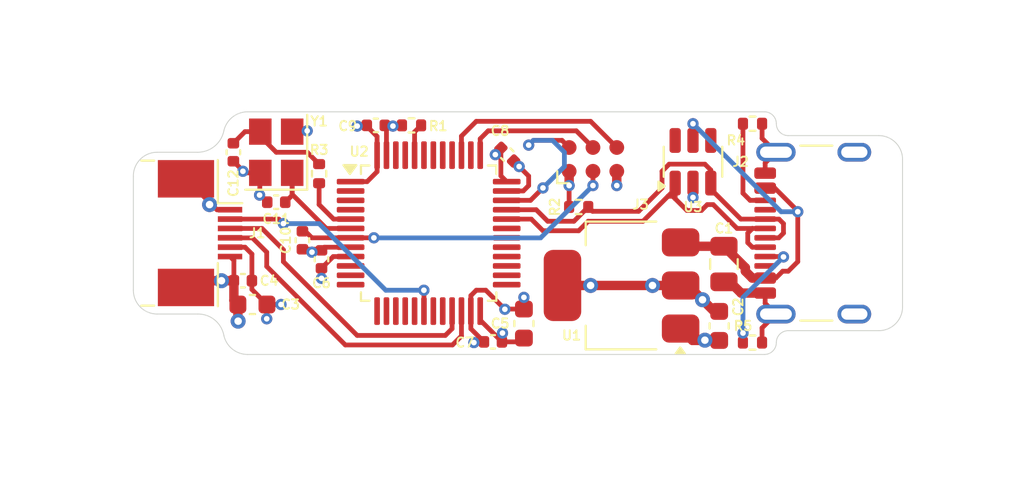
<source format=kicad_pcb>
(kicad_pcb (version 20240108) (generator "pcbnew") (generator_version "8.0")
  (layers (0 "F.Cu" signal) (1 "In1.Cu" signal) (2 "In2.Cu" signal) (31 "B.Cu" signal) (34 "B.Paste" user) (35 "F.Paste" user) (36 "B.SilkS" user "B.Silkscreen") (37 "F.SilkS" user "F.Silkscreen") (38 "B.Mask" user) (39 "F.Mask" user) (44 "Edge.Cuts" user))
  (net 0 "")
  (net 1 "GND")
  (net 2 "/SDA")
  (net 3 "/SCL")
  (net 4 "/INT")
  (net 5 "+3V3")
  (net 6 "/RST")
  (net 7 "/XTALI")
  (net 8 "/XTALR")
  (net 9 "+5V")
  (net 10 "/SWO")
  (net 11 "/SWCLK")
  (net 12 "/SWDIO")
  (net 13 "/USB+")
  (net 14 "/USB-")
  (net 15 "/BOOT0")
  (net 16 "/XTALO")
  (net 18 "Net-(J2-CC1)")
  (net 19 "Net-(J2-CC2)")
  (footprint "Connector_FFC-FPC:Jushuo_AFC07-S06FCA-00_1x6-1MP_P0.50_Horizontal" (layer "F.Cu") (at 86.995 101.6 -90)
    (property "Reference" "J1" (at 0 -3.048 0) (layer "F.SilkS") (effects (font (size 0.5 0.5) (thickness 0.1))))
    (property "Value" "Conn_01x06_MountingPin")
    (fp_line (start -3.87 2.45) (end -3.87 3.13) (stroke (width 0.12)) (layer "F.SilkS"))
    (fp_line (start 3.87 2.45) (end 3.87 3.13) (stroke (width 0.12)) (layer "F.SilkS"))
    (fp_line (start -1.6 -0.95) (end -3.9 -0.95) (stroke (width 0.12)) (layer "F.SilkS"))
    (fp_line (start -1.6 -0.95) (end -1.6 -2.25) (stroke (width 0.12)) (layer "F.SilkS"))
    (fp_line (start 1.6 -0.95) (end 3.9 -0.95) (stroke (width 0.12)) (layer "F.SilkS"))
    (pad "1" smd rect (at -1.25 -1.6 270) (size 0.3 1.3) (layers "F.Cu" "F.Paste" "F.Mask") (net 1 "GND"))
    (pad "2" smd rect (at -0.75 -1.6 270) (size 0.3 1.3) (layers "F.Cu" "F.Paste" "F.Mask") (net 4 "/INT"))
    (pad "3" smd rect (at -0.25 -1.6 270) (size 0.3 1.3) (layers "F.Cu" "F.Paste" "F.Mask") (net 3 "/SCL"))
    (pad "4" smd rect (at 0.25 -1.6 270) (size 0.3 1.3) (layers "F.Cu" "F.Paste" "F.Mask") (net 2 "/SDA"))
    (pad "5" smd rect (at 0.75 -1.6 270) (size 0.3 1.3) (layers "F.Cu" "F.Paste" "F.Mask") (net 5 "+3V3"))
    (pad "6" smd rect (at 1.25 -1.6 270) (size 0.3 1.3) (layers "F.Cu" "F.Paste" "F.Mask") (net 1 "GND"))
    (pad "MP" smd rect (at -2.9 0.75 270) (size 2 3) (layers "F.Cu" "F.Paste" "F.Mask") (net 1 "GND"))
    (pad "MP" smd rect (at 2.9 0.75 270) (size 2 3) (layers "F.Cu" "F.Paste" "F.Mask") (net 1 "GND"))
  )
  (footprint "Package_QFP:LQFP-48_7x7mm_P0.5mm" (layer "F.Cu") (at 99.187 101.6)
    (property "Reference" "U2" (at -3.707 -4.356 0) (layer "F.SilkS") (effects (font (size 0.5 0.5) (thickness 0.1))))
    (property "Value" "STM32F103C8Tx")
    (fp_line (start -3.61 -3.61) (end -3.61 -3.16) (stroke (width 0.12)) (layer "F.SilkS"))
    (fp_line (start -3.61 3.61) (end -3.61 3.16) (stroke (width 0.12)) (layer "F.SilkS"))
    (fp_line (start -3.16 -3.61) (end -3.61 -3.61) (stroke (width 0.12)) (layer "F.SilkS"))
    (fp_line (start -3.16 3.61) (end -3.61 3.61) (stroke (width 0.12)) (layer "F.SilkS"))
    (fp_line (start 3.16 -3.61) (end 3.61 -3.61) (stroke (width 0.12)) (layer "F.SilkS"))
    (fp_line (start 3.16 3.61) (end 3.61 3.61) (stroke (width 0.12)) (layer "F.SilkS"))
    (fp_line (start 3.61 -3.61) (end 3.61 -3.16) (stroke (width 0.12)) (layer "F.SilkS"))
    (fp_line (start 3.61 3.61) (end 3.61 3.16) (stroke (width 0.12)) (layer "F.SilkS"))
    (fp_poly (pts (xy -4.2 -3.16) (xy -4.54 -3.63) (xy -3.86 -3.63) (xy -4.2 -3.16)) (stroke (width 0.12)) (fill solid) (layer "F.SilkS"))
    (pad "1" smd roundrect (at -4.1625 -2.75) (size 1.475 0.3) (layers "F.Cu" "F.Paste" "F.Mask") (net 5 "+3V3"))
    (pad "2" smd roundrect (at -4.1625 -2.25) (size 1.475 0.3) (layers "F.Cu" "F.Paste" "F.Mask"))
    (pad "3" smd roundrect (at -4.1625 -1.75) (size 1.475 0.3) (layers "F.Cu" "F.Paste" "F.Mask"))
    (pad "4" smd roundrect (at -4.1625 -1.25) (size 1.475 0.3) (layers "F.Cu" "F.Paste" "F.Mask"))
    (pad "5" smd roundrect (at -4.1625 -0.75) (size 1.475 0.3) (layers "F.Cu" "F.Paste" "F.Mask") (net 7 "/XTALI"))
    (pad "6" smd roundrect (at -4.1625 -0.25) (size 1.475 0.3) (layers "F.Cu" "F.Paste" "F.Mask") (net 16 "/XTALO"))
    (pad "7" smd roundrect (at -4.1625 0.25) (size 1.475 0.3) (layers "F.Cu" "F.Paste" "F.Mask") (net 6 "/RST"))
    (pad "8" smd roundrect (at -4.1625 0.75) (size 1.475 0.3) (layers "F.Cu" "F.Paste" "F.Mask") (net 1 "GND"))
    (pad "9" smd roundrect (at -4.1625 1.25) (size 1.475 0.3) (layers "F.Cu" "F.Paste" "F.Mask") (net 5 "+3V3"))
    (pad "10" smd roundrect (at -4.1625 1.75) (size 1.475 0.3) (layers "F.Cu" "F.Paste" "F.Mask"))
    (pad "11" smd roundrect (at -4.1625 2.25) (size 1.475 0.3) (layers "F.Cu" "F.Paste" "F.Mask"))
    (pad "12" smd roundrect (at -4.1625 2.75) (size 1.475 0.3) (layers "F.Cu" "F.Paste" "F.Mask"))
    (pad "13" smd roundrect (at -2.75 4.1625) (size 0.3 1.475) (layers "F.Cu" "F.Paste" "F.Mask"))
    (pad "14" smd roundrect (at -2.25 4.1625) (size 0.3 1.475) (layers "F.Cu" "F.Paste" "F.Mask"))
    (pad "15" smd roundrect (at -1.75 4.1625) (size 0.3 1.475) (layers "F.Cu" "F.Paste" "F.Mask"))
    (pad "16" smd roundrect (at -1.25 4.1625) (size 0.3 1.475) (layers "F.Cu" "F.Paste" "F.Mask"))
    (pad "17" smd roundrect (at -0.75 4.1625) (size 0.3 1.475) (layers "F.Cu" "F.Paste" "F.Mask"))
    (pad "18" smd roundrect (at -0.25 4.1625) (size 0.3 1.475) (layers "F.Cu" "F.Paste" "F.Mask") (net 4 "/INT"))
    (pad "19" smd roundrect (at 0.25 4.1625) (size 0.3 1.475) (layers "F.Cu" "F.Paste" "F.Mask"))
    (pad "20" smd roundrect (at 0.75 4.1625) (size 0.3 1.475) (layers "F.Cu" "F.Paste" "F.Mask"))
    (pad "21" smd roundrect (at 1.25 4.1625) (size 0.3 1.475) (layers "F.Cu" "F.Paste" "F.Mask") (net 3 "/SCL"))
    (pad "22" smd roundrect (at 1.75 4.1625) (size 0.3 1.475) (layers "F.Cu" "F.Paste" "F.Mask") (net 2 "/SDA"))
    (pad "23" smd roundrect (at 2.25 4.1625) (size 0.3 1.475) (layers "F.Cu" "F.Paste" "F.Mask") (net 1 "GND"))
    (pad "24" smd roundrect (at 2.75 4.1625) (size 0.3 1.475) (layers "F.Cu" "F.Paste" "F.Mask") (net 5 "+3V3"))
    (pad "25" smd roundrect (at 4.1625 2.75) (size 1.475 0.3) (layers "F.Cu" "F.Paste" "F.Mask"))
    (pad "26" smd roundrect (at 4.1625 2.25) (size 1.475 0.3) (layers "F.Cu" "F.Paste" "F.Mask"))
    (pad "27" smd roundrect (at 4.1625 1.75) (size 1.475 0.3) (layers "F.Cu" "F.Paste" "F.Mask"))
    (pad "28" smd roundrect (at 4.1625 1.25) (size 1.475 0.3) (layers "F.Cu" "F.Paste" "F.Mask"))
    (pad "29" smd roundrect (at 4.1625 0.75) (size 1.475 0.3) (layers "F.Cu" "F.Paste" "F.Mask"))
    (pad "30" smd roundrect (at 4.1625 0.25) (size 1.475 0.3) (layers "F.Cu" "F.Paste" "F.Mask"))
    (pad "31" smd roundrect (at 4.1625 -0.25) (size 1.475 0.3) (layers "F.Cu" "F.Paste" "F.Mask"))
    (pad "32" smd roundrect (at 4.1625 -0.75) (size 1.475 0.3) (layers "F.Cu" "F.Paste" "F.Mask") (net 14 "/USB-"))
    (pad "33" smd roundrect (at 4.1625 -1.25) (size 1.475 0.3) (layers "F.Cu" "F.Paste" "F.Mask") (net 13 "/USB+"))
    (pad "34" smd roundrect (at 4.1625 -1.75) (size 1.475 0.3) (layers "F.Cu" "F.Paste" "F.Mask") (net 12 "/SWDIO"))
    (pad "35" smd roundrect (at 4.1625 -2.25) (size 1.475 0.3) (layers "F.Cu" "F.Paste" "F.Mask") (net 1 "GND"))
    (pad "36" smd roundrect (at 4.1625 -2.75) (size 1.475 0.3) (layers "F.Cu" "F.Paste" "F.Mask") (net 5 "+3V3"))
    (pad "37" smd roundrect (at 2.75 -4.1625) (size 0.3 1.475) (layers "F.Cu" "F.Paste" "F.Mask") (net 11 "/SWCLK"))
    (pad "38" smd roundrect (at 2.25 -4.1625) (size 0.3 1.475) (layers "F.Cu" "F.Paste" "F.Mask"))
    (pad "39" smd roundrect (at 1.75 -4.1625) (size 0.3 1.475) (layers "F.Cu" "F.Paste" "F.Mask") (net 10 "/SWO"))
    (pad "40" smd roundrect (at 1.25 -4.1625) (size 0.3 1.475) (layers "F.Cu" "F.Paste" "F.Mask"))
    (pad "41" smd roundrect (at 0.75 -4.1625) (size 0.3 1.475) (layers "F.Cu" "F.Paste" "F.Mask"))
    (pad "42" smd roundrect (at 0.25 -4.1625) (size 0.3 1.475) (layers "F.Cu" "F.Paste" "F.Mask"))
    (pad "43" smd roundrect (at -0.25 -4.1625) (size 0.3 1.475) (layers "F.Cu" "F.Paste" "F.Mask"))
    (pad "44" smd roundrect (at -0.75 -4.1625) (size 0.3 1.475) (layers "F.Cu" "F.Paste" "F.Mask") (net 15 "/BOOT0"))
    (pad "45" smd roundrect (at -1.25 -4.1625) (size 0.3 1.475) (layers "F.Cu" "F.Paste" "F.Mask"))
    (pad "46" smd roundrect (at -1.75 -4.1625) (size 0.3 1.475) (layers "F.Cu" "F.Paste" "F.Mask"))
    (pad "47" smd roundrect (at -2.25 -4.1625) (size 0.3 1.475) (layers "F.Cu" "F.Paste" "F.Mask") (net 1 "GND"))
    (pad "48" smd roundrect (at -2.75 -4.1625) (size 0.3 1.475) (layers "F.Cu" "F.Paste" "F.Mask") (net 5 "+3V3"))
  )
  (footprint "Connector:Tag-Connect_TC2030-IDC-NL_2x03_P1.27mm_Vertical" (layer "F.Cu") (at 107.95 97.663)
    (property "Reference" "J3" (at 2.54 2.413 180) (layer "F.SilkS") (effects (font (size 0.5 0.5) (thickness 0.1))))
    (property "Value" "Conn_ARM_SWD_TagConnect_TC2030-NL")
    (fp_line (start -1.905 1.27) (end -1.905 0.635) (stroke (width 0.12)) (layer "F.SilkS"))
    (fp_line (start -1.27 1.27) (end -1.905 1.27) (stroke (width 0.12)) (layer "F.SilkS"))
    (pad "" np_thru_hole circle (at -2.54 0) (size 0.9906 0.9906) (drill 0.9906) (layers "*.Cu" "*.Mask"))
    (pad "" np_thru_hole circle (at 2.54 -1.016) (size 0.9906 0.9906) (drill 0.9906) (layers "*.Cu" "*.Mask"))
    (pad "" np_thru_hole circle (at 2.54 1.016) (size 0.9906 0.9906) (drill 0.9906) (layers "*.Cu" "*.Mask"))
    (pad "1" connect circle (at -1.27 0.635) (size 0.7874 0.7874) (layers "F.Cu" "F.Mask") (net 5 "+3V3"))
    (pad "2" connect circle (at -1.27 -0.635) (size 0.7874 0.7874) (layers "F.Cu" "F.Mask") (net 12 "/SWDIO"))
    (pad "3" connect circle (at 0 0.635) (size 0.7874 0.7874) (layers "F.Cu" "F.Mask") (net 6 "/RST"))
    (pad "4" connect circle (at 0 -0.635) (size 0.7874 0.7874) (layers "F.Cu" "F.Mask") (net 11 "/SWCLK"))
    (pad "5" connect circle (at 1.27 0.635) (size 0.7874 0.7874) (layers "F.Cu" "F.Mask") (net 1 "GND"))
    (pad "6" connect circle (at 1.27 -0.635) (size 0.7874 0.7874) (layers "F.Cu" "F.Mask") (net 10 "/SWO"))
  )
  (footprint "Capacitor_SMD:C_0603_1608Metric" (layer "F.Cu") (at 89.789 105.41 180)
    (property "Reference" "C3" (at -2.032 0 180) (layer "F.SilkS") (effects (font (size 0.5 0.5) (thickness 0.1))))
    (property "Value" "10u")
    (fp_line (start -0.140581 0.51) (end 0.140581 0.51) (stroke (width 0.12)) (layer "F.SilkS"))
    (fp_line (start -0.140581 -0.51) (end 0.140581 -0.51) (stroke (width 0.12)) (layer "F.SilkS"))
    (pad "1" smd roundrect (at -0.775 0 180) (size 0.9 0.95) (layers "F.Cu" "F.Paste" "F.Mask") (net 5 "+3V3"))
    (pad "2" smd roundrect (at 0.775 0 180) (size 0.9 0.95) (layers "F.Cu" "F.Paste" "F.Mask") (net 1 "GND"))
  )
  (footprint "Capacitor_SMD:C_0402_1005Metric" (layer "F.Cu") (at 92.456 101.981 -90)
    (property "Reference" "C10" (at 0 0.889 90) (layer "F.SilkS") (effects (font (size 0.5 0.5) (thickness 0.1))))
    (property "Value" "100n")
    (fp_line (start -0.107836 0.36) (end 0.107836 0.36) (stroke (width 0.12)) (layer "F.SilkS"))
    (fp_line (start -0.107836 -0.36) (end 0.107836 -0.36) (stroke (width 0.12)) (layer "F.SilkS"))
    (pad "1" smd roundrect (at -0.48 0 270) (size 0.56 0.62) (layers "F.Cu" "F.Paste" "F.Mask") (net 6 "/RST"))
    (pad "2" smd roundrect (at 0.48 0 270) (size 0.56 0.62) (layers "F.Cu" "F.Paste" "F.Mask") (net 1 "GND"))
  )
  (footprint "Capacitor_SMD:C_0402_1005Metric" (layer "F.Cu") (at 88.773 97.282 90)
    (property "Reference" "C12" (at -1.651 0 -90) (layer "F.SilkS") (effects (font (size 0.5 0.5) (thickness 0.1))))
    (property "Value" "10p")
    (fp_line (start -0.107836 -0.36) (end 0.107836 -0.36) (stroke (width 0.12)) (layer "F.SilkS"))
    (fp_line (start -0.107836 0.36) (end 0.107836 0.36) (stroke (width 0.12)) (layer "F.SilkS"))
    (pad "1" smd roundrect (at -0.48 0 90) (size 0.56 0.62) (layers "F.Cu" "F.Paste" "F.Mask") (net 1 "GND"))
    (pad "2" smd roundrect (at 0.48 0 90) (size 0.56 0.62) (layers "F.Cu" "F.Paste" "F.Mask") (net 8 "/XTALR"))
  )
  (footprint "Capacitor_SMD:C_0402_1005Metric" (layer "F.Cu") (at 91.059 99.949)
    (property "Reference" "C11" (at 0 0.889 0) (layer "F.SilkS") (effects (font (size 0.5 0.5) (thickness 0.1))))
    (property "Value" "10p")
    (fp_line (start -0.107836 -0.36) (end 0.107836 -0.36) (stroke (width 0.12)) (layer "F.SilkS"))
    (fp_line (start -0.107836 0.36) (end 0.107836 0.36) (stroke (width 0.12)) (layer "F.SilkS"))
    (pad "1" smd roundrect (at -0.48 0) (size 0.56 0.62) (layers "F.Cu" "F.Paste" "F.Mask") (net 1 "GND"))
    (pad "2" smd roundrect (at 0.48 0) (size 0.56 0.62) (layers "F.Cu" "F.Paste" "F.Mask") (net 16 "/XTALO"))
  )
  (footprint "Package_TO_SOT_SMD:SOT-223-3_TabPin2" (layer "F.Cu") (at 109.474 104.394 180)
    (property "Reference" "U1" (at 2.667 -2.667 180) (layer "F.SilkS") (effects (font (size 0.5 0.5) (thickness 0.1))))
    (property "Value" "AMS1117-3.3")
    (fp_line (start 1.91 3.41) (end 1.91 2.150001) (stroke (width 0.12)) (layer "F.SilkS"))
    (fp_line (start 1.91 -3.41) (end 1.91 -2.150001) (stroke (width 0.12)) (layer "F.SilkS"))
    (fp_line (start -1.85 3.410001) (end 1.91 3.41) (stroke (width 0.12)) (layer "F.SilkS"))
    (fp_line (start -1.85 -3.410001) (end 1.91 -3.41) (stroke (width 0.12)) (layer "F.SilkS"))
    (fp_poly (pts (xy -3.13 -3.31) (xy -3.37 -3.64) (xy -2.89 -3.64) (xy -3.13 -3.31)) (stroke (width 0.12)) (fill solid) (layer "F.SilkS"))
    (pad "1" smd roundrect (at -3.15 -2.3 180) (size 2 1.5) (layers "F.Cu" "F.Paste" "F.Mask") (net 1 "GND"))
    (pad "2" smd roundrect (at -3.149999 0 180) (size 2 1.5) (layers "F.Cu" "F.Paste" "F.Mask") (net 5 "+3V3"))
    (pad "2" smd roundrect (at 3.149999 0 180) (size 2 3.8) (layers "F.Cu" "F.Paste" "F.Mask") (net 5 "+3V3"))
    (pad "3" smd roundrect (at -3.15 2.3 180) (size 2 1.5) (layers "F.Cu" "F.Paste" "F.Mask") (net 9 "+5V"))
  )
  (footprint "Package_TO_SOT_SMD:SOT-23-6" (layer "F.Cu") (at 113.284 97.79 90)
    (property "Reference" "U3" (at -2.413 0 180) (layer "F.SilkS") (effects (font (size 0.5 0.5) (thickness 0.1))))
    (property "Value" "SRV05-4")
    (fp_line (start 0 -1.560001) (end 0.8 -1.56) (stroke (width 0.12)) (layer "F.SilkS"))
    (fp_line (start 0 -1.560001) (end -0.8 -1.56) (stroke (width 0.12)) (layer "F.SilkS"))
    (fp_line (start 0 1.560001) (end 0.8 1.56) (stroke (width 0.12)) (layer "F.SilkS"))
    (fp_line (start 0 1.560001) (end -0.8 1.56) (stroke (width 0.12)) (layer "F.SilkS"))
    (fp_poly (pts (xy -1.3 -1.51) (xy -1.54 -1.84) (xy -1.06 -1.84) (xy -1.3 -1.51)) (stroke (width 0.12)) (fill solid) (layer "F.SilkS"))
    (pad "1" smd roundrect (at -1.1375 -0.949999 90) (size 1.325 0.6) (layers "F.Cu" "F.Paste" "F.Mask") (net 14 "/USB-"))
    (pad "2" smd roundrect (at -1.1375 0 90) (size 1.325 0.6) (layers "F.Cu" "F.Paste" "F.Mask") (net 1 "GND"))
    (pad "3" smd roundrect (at -1.1375 0.949999 90) (size 1.325 0.6) (layers "F.Cu" "F.Paste" "F.Mask") (net 13 "/USB+"))
    (pad "4" smd roundrect (at 1.1375 0.949999 90) (size 1.325 0.6) (layers "F.Cu" "F.Paste" "F.Mask"))
    (pad "5" smd roundrect (at 1.1375 0 90) (size 1.325 0.6) (layers "F.Cu" "F.Paste" "F.Mask") (net 9 "+5V"))
    (pad "6" smd roundrect (at 1.1375 -0.949999 90) (size 1.325 0.6) (layers "F.Cu" "F.Paste" "F.Mask"))
  )
  (footprint "Resistor_SMD:R_0402_1005Metric" (layer "F.Cu") (at 116.459 95.758)
    (property "Reference" "R4" (at -0.889 0.889 0) (layer "F.SilkS") (effects (font (size 0.5 0.5) (thickness 0.1))))
    (property "Value" "5k1")
    (fp_line (start -0.153641 -0.38) (end 0.153641 -0.38) (stroke (width 0.12)) (layer "F.SilkS"))
    (fp_line (start -0.153641 0.38) (end 0.153641 0.38) (stroke (width 0.12)) (layer "F.SilkS"))
    (pad "1" smd roundrect (at -0.509999 0) (size 0.54 0.64) (layers "F.Cu" "F.Paste" "F.Mask") (net 19 "Net-(J2-CC2)"))
    (pad "2" smd roundrect (at 0.509999 0) (size 0.54 0.64) (layers "F.Cu" "F.Paste" "F.Mask") (net 1 "GND"))
  )
  (footprint "Capacitor_SMD:C_0805_2012Metric" (layer "F.Cu") (at 114.935 103.251 -90)
    (property "Reference" "C1" (at -1.905 0 0) (layer "F.SilkS") (effects (font (size 0.5 0.5) (thickness 0.1))))
    (property "Value" "22u")
    (fp_line (start -0.261253 0.735) (end 0.261253 0.735) (stroke (width 0.12)) (layer "F.SilkS"))
    (fp_line (start -0.261253 -0.735) (end 0.261253 -0.735) (stroke (width 0.12)) (layer "F.SilkS"))
    (pad "1" smd roundrect (at -0.949999 0 270) (size 1 1.45) (layers "F.Cu" "F.Paste" "F.Mask") (net 9 "+5V"))
    (pad "2" smd roundrect (at 0.949999 0 270) (size 1 1.45) (layers "F.Cu" "F.Paste" "F.Mask") (net 1 "GND"))
  )
  (footprint "Resistor_SMD:R_0402_1005Metric" (layer "F.Cu") (at 98.274 95.847001 180)
    (property "Reference" "R1" (at -1.421 -0.037999 0) (layer "F.SilkS") (effects (font (size 0.5 0.5) (thickness 0.1))))
    (property "Value" "10k")
    (fp_line (start -0.153641 0.38) (end 0.153641 0.38) (stroke (width 0.12)) (layer "F.SilkS"))
    (fp_line (start -0.153641 -0.38) (end 0.153641 -0.38) (stroke (width 0.12)) (layer "F.SilkS"))
    (pad "1" smd roundrect (at -0.509999 0 180) (size 0.54 0.64) (layers "F.Cu" "F.Paste" "F.Mask") (net 15 "/BOOT0"))
    (pad "2" smd roundrect (at 0.509999 0 180) (size 0.54 0.64) (layers "F.Cu" "F.Paste" "F.Mask") (net 1 "GND"))
  )
  (footprint "Capacitor_SMD:C_0402_1005Metric" (layer "F.Cu") (at 89.281 104.14 180)
    (property "Reference" "C4" (at -1.397 0 180) (layer "F.SilkS") (effects (font (size 0.5 0.5) (thickness 0.1))))
    (property "Value" "100n")
    (fp_line (start -0.107836 0.36) (end 0.107836 0.36) (stroke (width 0.12)) (layer "F.SilkS"))
    (fp_line (start -0.107836 -0.36) (end 0.107836 -0.36) (stroke (width 0.12)) (layer "F.SilkS"))
    (pad "1" smd roundrect (at -0.48 0 180) (size 0.56 0.62) (layers "F.Cu" "F.Paste" "F.Mask") (net 5 "+3V3"))
    (pad "2" smd roundrect (at 0.48 0 180) (size 0.56 0.62) (layers "F.Cu" "F.Paste" "F.Mask") (net 1 "GND"))
  )
  (footprint "Capacitor_SMD:C_0603_1608Metric" (layer "F.Cu") (at 114.681 106.553 -90)
    (property "Reference" "C2" (at -1.016 -1.016 -90) (layer "F.SilkS") (effects (font (size 0.5 0.5) (thickness 0.1))))
    (property "Value" "22u")
    (fp_line (start -0.140581 0.51) (end 0.140581 0.51) (stroke (width 0.12)) (layer "F.SilkS"))
    (fp_line (start -0.140581 -0.51) (end 0.140581 -0.51) (stroke (width 0.12)) (layer "F.SilkS"))
    (pad "1" smd roundrect (at -0.775 0 270) (size 0.9 0.95) (layers "F.Cu" "F.Paste" "F.Mask") (net 5 "+3V3"))
    (pad "2" smd roundrect (at 0.775 0 270) (size 0.9 0.95) (layers "F.Cu" "F.Paste" "F.Mask") (net 1 "GND"))
  )
  (footprint "Connector_USB:USB_C_Receptacle_GCT_USB4105-xx-A_16P_TopMnt_Horizontal" (layer "F.Cu") (at 120.813 101.6 90)
    (property "Reference" "J2" (at 3.81 -4.989 0) (layer "F.SilkS") (effects (font (size 0.5 0.5) (thickness 0.1))))
    (property "Value" "USB_C_Receptacle_USB2.0_16P")
    (fp_line (start 4.67 -0.1) (end 4.67 -1.8) (stroke (width 0.12)) (layer "F.SilkS"))
    (fp_line (start -4.67 -0.1) (end -4.67 -1.8) (stroke (width 0.12)) (layer "F.SilkS"))
    (pad "" np_thru_hole circle (at -2.89 -2.605 90) (size 0.65 0.65) (drill 0.65) (layers "F&B.Cu" "*.Mask"))
    (pad "" np_thru_hole circle (at 2.89 -2.605 90) (size 0.65 0.65) (drill 0.65) (layers "F&B.Cu" "*.Mask"))
    (pad "A1" smd roundrect (at -3.2 -3.68 90) (size 0.6 1.15) (layers "F.Cu" "F.Paste" "F.Mask") (net 1 "GND"))
    (pad "A4" smd roundrect (at -2.4 -3.68 90) (size 0.6 1.15) (layers "F.Cu" "F.Paste" "F.Mask") (net 9 "+5V"))
    (pad "A5" smd roundrect (at -1.25 -3.679999 90) (size 0.3 1.15) (layers "F.Cu" "F.Paste" "F.Mask") (net 18 "Net-(J2-CC1)"))
    (pad "A6" smd roundrect (at -0.25 -3.68 90) (size 0.3 1.15) (layers "F.Cu" "F.Paste" "F.Mask") (net 13 "/USB+"))
    (pad "A7" smd roundrect (at 0.25 -3.68 90) (size 0.3 1.15) (layers "F.Cu" "F.Paste" "F.Mask") (net 14 "/USB-"))
    (pad "A8" smd roundrect (at 1.25 -3.679999 90) (size 0.3 1.15) (layers "F.Cu" "F.Paste" "F.Mask"))
    (pad "A9" smd roundrect (at 2.4 -3.68 90) (size 0.6 1.15) (layers "F.Cu" "F.Paste" "F.Mask") (net 9 "+5V"))
    (pad "A12" smd roundrect (at 3.2 -3.68 90) (size 0.6 1.15) (layers "F.Cu" "F.Paste" "F.Mask") (net 1 "GND"))
    (pad "B1" smd roundrect (at 3.2 -3.68 90) (size 0.6 1.15) (layers "F.Cu" "F.Paste" "F.Mask") (net 1 "GND"))
    (pad "B4" smd roundrect (at 2.4 -3.68 90) (size 0.6 1.15) (layers "F.Cu" "F.Paste" "F.Mask") (net 9 "+5V"))
    (pad "B5" smd roundrect (at 1.75 -3.68 90) (size 0.3 1.15) (layers "F.Cu" "F.Paste" "F.Mask") (net 19 "Net-(J2-CC2)"))
    (pad "B6" smd roundrect (at 0.75 -3.68 90) (size 0.3 1.15) (layers "F.Cu" "F.Paste" "F.Mask") (net 13 "/USB+"))
    (pad "B7" smd roundrect (at -0.75 -3.68 90) (size 0.3 1.15) (layers "F.Cu" "F.Paste" "F.Mask") (net 14 "/USB-"))
    (pad "B8" smd roundrect (at -1.75 -3.68 90) (size 0.3 1.15) (layers "F.Cu" "F.Paste" "F.Mask"))
    (pad "B9" smd roundrect (at -2.4 -3.68 90) (size 0.6 1.15) (layers "F.Cu" "F.Paste" "F.Mask") (net 9 "+5V"))
    (pad "B12" smd roundrect (at -3.2 -3.68 90) (size 0.6 1.15) (layers "F.Cu" "F.Paste" "F.Mask") (net 1 "GND"))
    (pad "S1" thru_hole oval (at -4.32 -3.105 90) (size 1 2.1) (drill oval 0.6 1.7) (layers "*.Cu" "*.Mask" "F.Paste") (net 1 "GND"))
    (pad "S1" thru_hole oval (at -4.32 1.075 90) (size 1 1.8) (drill oval 0.6 1.4) (layers "*.Cu" "*.Mask" "F.Paste") (net 1 "GND"))
    (pad "S1" thru_hole oval (at 4.32 -3.105 90) (size 1 2.1) (drill oval 0.6 1.7) (layers "*.Cu" "*.Mask" "F.Paste") (net 1 "GND"))
    (pad "S1" thru_hole oval (at 4.32 1.075 90) (size 1 1.8) (drill oval 0.6 1.4) (layers "*.Cu" "*.Mask" "F.Paste") (net 1 "GND"))
  )
  (footprint "Crystal:Crystal_SMD_3225-4Pin_3.2x2.5mm" (layer "F.Cu") (at 91.059 97.282 90)
    (property "Reference" "Y1" (at 1.651 2.286 0) (layer "F.SilkS") (effects (font (size 0.5 0.5) (thickness 0.1))))
    (property "Value" "16MHz")
    (fp_line (start -2 -1.65) (end -2 1.65) (stroke (width 0.12)) (layer "F.SilkS"))
    (fp_line (start -2 1.65) (end 2 1.65) (stroke (width 0.12)) (layer "F.SilkS"))
    (pad "1" smd rect (at -1.1 0.85 90) (size 1.4 1.2) (layers "F.Cu" "F.Paste" "F.Mask") (net 16 "/XTALO"))
    (pad "2" smd rect (at 1.1 0.85 90) (size 1.4 1.2) (layers "F.Cu" "F.Paste" "F.Mask") (net 1 "GND"))
    (pad "3" smd rect (at 1.1 -0.85 90) (size 1.4 1.2) (layers "F.Cu" "F.Paste" "F.Mask") (net 8 "/XTALR"))
    (pad "4" smd rect (at -1.1 -0.85 90) (size 1.4 1.2) (layers "F.Cu" "F.Paste" "F.Mask") (net 1 "GND"))
  )
  (footprint "Capacitor_SMD:C_0402_1005Metric" (layer "F.Cu") (at 103.378 97.409 -45)
    (property "Reference" "C8" (at -1.167433 -0.628618 180) (layer "F.SilkS") (effects (font (size 0.5 0.5) (thickness 0.1))))
    (property "Value" "100n")
    (fp_line (start -0.107836 0.36) (end 0.107836 0.36) (stroke (width 0.12)) (layer "F.SilkS"))
    (fp_line (start -0.107836 -0.36) (end 0.107836 -0.36) (stroke (width 0.12)) (layer "F.SilkS"))
    (pad "1" smd roundrect (at -0.48 0 315) (size 0.56 0.62) (layers "F.Cu" "F.Paste" "F.Mask") (net 5 "+3V3"))
    (pad "2" smd roundrect (at 0.48 0 315) (size 0.56 0.62) (layers "F.Cu" "F.Paste" "F.Mask") (net 1 "GND"))
  )
  (footprint "Capacitor_SMD:C_0402_1005Metric" (layer "F.Cu") (at 93.472 102.997 90)
    (property "Reference" "C6" (at -1.27 0 180) (layer "F.SilkS") (effects (font (size 0.5 0.5) (thickness 0.1))))
    (property "Value" "100n")
    (fp_line (start -0.107836 -0.36) (end 0.107836 -0.36) (stroke (width 0.12)) (layer "F.SilkS"))
    (fp_line (start -0.107836 0.36) (end 0.107836 0.36) (stroke (width 0.12)) (layer "F.SilkS"))
    (pad "1" smd roundrect (at -0.48 0 90) (size 0.56 0.62) (layers "F.Cu" "F.Paste" "F.Mask") (net 5 "+3V3"))
    (pad "2" smd roundrect (at 0.48 0 90) (size 0.56 0.62) (layers "F.Cu" "F.Paste" "F.Mask") (net 1 "GND"))
  )
  (footprint "Resistor_SMD:R_0402_1005Metric" (layer "F.Cu") (at 93.345 98.425 -90)
    (property "Reference" "R3" (at -1.270001 0 0) (layer "F.SilkS") (effects (font (size 0.5 0.5) (thickness 0.1))))
    (property "Value" "330")
    (fp_line (start -0.153641 0.38) (end 0.153641 0.38) (stroke (width 0.12)) (layer "F.SilkS"))
    (fp_line (start -0.153641 -0.38) (end 0.153641 -0.38) (stroke (width 0.12)) (layer "F.SilkS"))
    (pad "1" smd roundrect (at -0.509999 0 270) (size 0.54 0.64) (layers "F.Cu" "F.Paste" "F.Mask") (net 8 "/XTALR"))
    (pad "2" smd roundrect (at 0.509999 0 270) (size 0.54 0.64) (layers "F.Cu" "F.Paste" "F.Mask") (net 7 "/XTALI"))
  )
  (footprint "Resistor_SMD:R_0402_1005Metric" (layer "F.Cu") (at 107.188 100.203)
    (property "Reference" "R2" (at -1.270001 0 90) (layer "F.SilkS") (effects (font (size 0.5 0.5) (thickness 0.1))))
    (property "Value" "1k5")
    (fp_line (start -0.153641 -0.38) (end 0.153641 -0.38) (stroke (width 0.12)) (layer "F.SilkS"))
    (fp_line (start -0.153641 0.38) (end 0.153641 0.38) (stroke (width 0.12)) (layer "F.SilkS"))
    (pad "1" smd roundrect (at -0.509999 0) (size 0.54 0.64) (layers "F.Cu" "F.Paste" "F.Mask") (net 5 "+3V3"))
    (pad "2" smd roundrect (at 0.509999 0) (size 0.54 0.64) (layers "F.Cu" "F.Paste" "F.Mask") (net 13 "/USB+"))
  )
  (footprint "Capacitor_SMD:C_0603_1608Metric" (layer "F.Cu") (at 104.267 106.426 90)
    (property "Reference" "C5" (at 0 -1.27 180) (layer "F.SilkS") (effects (font (size 0.5 0.5) (thickness 0.1))))
    (property "Value" "10u")
    (fp_line (start -0.140581 -0.51) (end 0.140581 -0.51) (stroke (width 0.12)) (layer "F.SilkS"))
    (fp_line (start -0.140581 0.51) (end 0.140581 0.51) (stroke (width 0.12)) (layer "F.SilkS"))
    (pad "1" smd roundrect (at -0.775 0 90) (size 0.9 0.95) (layers "F.Cu" "F.Paste" "F.Mask") (net 5 "+3V3"))
    (pad "2" smd roundrect (at 0.775 0 90) (size 0.9 0.95) (layers "F.Cu" "F.Paste" "F.Mask") (net 1 "GND"))
  )
  (footprint "Capacitor_SMD:C_0402_1005Metric" (layer "F.Cu") (at 96.369 95.847)
    (property "Reference" "C9" (at -1.5 0.038 0) (layer "F.SilkS") (effects (font (size 0.5 0.5) (thickness 0.1))))
    (property "Value" "100n")
    (fp_line (start -0.107836 -0.36) (end 0.107836 -0.36) (stroke (width 0.12)) (layer "F.SilkS"))
    (fp_line (start -0.107836 0.36) (end 0.107836 0.36) (stroke (width 0.12)) (layer "F.SilkS"))
    (pad "1" smd roundrect (at -0.48 0) (size 0.56 0.62) (layers "F.Cu" "F.Paste" "F.Mask") (net 5 "+3V3"))
    (pad "2" smd roundrect (at 0.48 0) (size 0.56 0.62) (layers "F.Cu" "F.Paste" "F.Mask") (net 1 "GND"))
  )
  (footprint "Capacitor_SMD:C_0402_1005Metric" (layer "F.Cu") (at 102.616 107.404001 180)
    (property "Reference" "C7" (at 1.5 -0.037999 0) (layer "F.SilkS") (effects (font (size 0.5 0.5) (thickness 0.1))))
    (property "Value" "100n")
    (fp_line (start -0.107836 0.36) (end 0.107836 0.36) (stroke (width 0.12)) (layer "F.SilkS"))
    (fp_line (start -0.107836 -0.36) (end 0.107836 -0.36) (stroke (width 0.12)) (layer "F.SilkS"))
    (pad "1" smd roundrect (at -0.48 0 180) (size 0.56 0.62) (layers "F.Cu" "F.Paste" "F.Mask") (net 5 "+3V3"))
    (pad "2" smd roundrect (at 0.48 0 180) (size 0.56 0.62) (layers "F.Cu" "F.Paste" "F.Mask") (net 1 "GND"))
  )
  (footprint "Resistor_SMD:R_0402_1005Metric" (layer "F.Cu") (at 116.457001 107.442)
    (property "Reference" "R5" (at -0.506001 -0.889 180) (layer "F.SilkS") (effects (font (size 0.5 0.5) (thickness 0.1))))
    (property "Value" "5k1")
    (fp_line (start -0.153641 -0.38) (end 0.153641 -0.38) (stroke (width 0.12)) (layer "F.SilkS"))
    (fp_line (start -0.153641 0.38) (end 0.153641 0.38) (stroke (width 0.12)) (layer "F.SilkS"))
    (pad "1" smd roundrect (at -0.509999 0) (size 0.54 0.64) (layers "F.Cu" "F.Paste" "F.Mask") (net 18 "Net-(J2-CC1)"))
    (pad "2" smd roundrect (at 0.509999 0) (size 0.54 0.64) (layers "F.Cu" "F.Paste" "F.Mask") (net 1 "GND"))
  )
  (gr_line (start 117.094 95.123) (end 89.535 95.123) (stroke (width 0.05)) (layer "Edge.Cuts"))
  (gr_arc (start 83.439 98.552) (mid 83.810974 97.653974) (end 84.709 97.282) (stroke (width 0.05)) (layer "Edge.Cuts"))
  (gr_line (start 124.46 97.663) (end 124.46 105.537) (stroke (width 0.05)) (layer "Edge.Cuts"))
  (gr_line (start 123.19 96.393) (end 118.364 96.393) (stroke (width 0.05)) (layer "Edge.Cuts"))
  (gr_line (start 84.709 97.282) (end 86.868 97.282) (stroke (width 0.05)) (layer "Edge.Cuts"))
  (gr_arc (start 117.729 107.442) (mid 117.543013 107.891013) (end 117.094 108.077) (stroke (width 0.05)) (layer "Edge.Cuts"))
  (gr_arc (start 89.535 108.077) (mid 88.721802 107.791747) (end 88.265 107.061) (stroke (width 0.05)) (layer "Edge.Cuts"))
  (gr_line (start 83.439 98.552) (end 83.439 104.648) (stroke (width 0.05)) (layer "Edge.Cuts"))
  (gr_arc (start 88.265 96.139) (mid 87.770505 96.959839) (end 86.868 97.282) (stroke (width 0.05)) (layer "Edge.Cuts"))
  (gr_arc (start 117.729 107.442) (mid 117.914987 106.992987) (end 118.364 106.807) (stroke (width 0.05)) (layer "Edge.Cuts"))
  (gr_arc (start 117.094 95.123) (mid 117.543013 95.308987) (end 117.729 95.758) (stroke (width 0.05)) (layer "Edge.Cuts"))
  (gr_line (start 84.709 105.918) (end 86.868 105.918) (stroke (width 0.05)) (layer "Edge.Cuts"))
  (gr_arc (start 88.265 96.139) (mid 88.721803 95.408254) (end 89.535 95.123) (stroke (width 0.05)) (layer "Edge.Cuts"))
  (gr_arc (start 124.46 105.537) (mid 124.088026 106.435026) (end 123.19 106.807) (stroke (width 0.05)) (layer "Edge.Cuts"))
  (gr_line (start 123.19 106.807) (end 118.364 106.807) (stroke (width 0.05)) (layer "Edge.Cuts"))
  (gr_arc (start 123.19 96.393) (mid 124.088026 96.764974) (end 124.46 97.663) (stroke (width 0.05)) (layer "Edge.Cuts"))
  (gr_line (start 117.094 108.077) (end 89.535 108.077) (stroke (width 0.05)) (layer "Edge.Cuts"))
  (gr_arc (start 84.709 105.918) (mid 83.810974 105.546026) (end 83.439 104.648) (stroke (width 0.05)) (layer "Edge.Cuts"))
  (gr_arc (start 118.364 96.393) (mid 117.914987 96.207013) (end 117.729 95.758) (stroke (width 0.05)) (layer "Edge.Cuts"))
  (gr_arc (start 86.868 105.918) (mid 87.775845 106.233634) (end 88.265 107.061) (stroke (width 0.05)) (layer "Edge.Cuts"))
  (segment (start 113.919 107.315) (end 113.932 107.328) (width 0.5) (layer "F.Cu") (net 1))
  (segment (start 87.621 100.076) (end 87.503 100.076) (width 0.254) (layer "F.Cu") (net 1))
  (segment (start 103.251 105.664) (end 102.235 104.648) (width 0.254) (layer "F.Cu") (net 1))
  (segment (start 90.579 99.949) (end 90.209 99.579) (width 0.254) (layer "F.Cu") (net 1))
  (segment (start 117.708 97.28) (end 117.133 97.855) (width 0.254) (layer "F.Cu") (net 1))
  (segment (start 112.624 106.694) (end 113.258 107.328) (width 0.5) (layer "F.Cu") (net 1))
  (segment (start 104.013 98.044) (end 103.717411 97.748411) (width 0.254) (layer "F.Cu") (net 1))
  (segment (start 116.968999 96.540999) (end 117.708 97.28) (width 0.254) (layer "F.Cu") (net 1))
  (segment (start 89.281 98.27) (end 89.281 98.298) (width 0.254) (layer "F.Cu") (net 1))
  (segment (start 117.133 97.855) (end 117.133 98.4) (width 0.254) (layer "F.Cu") (net 1))
  (segment (start 93.119 102.461) (end 93.416 102.461) (width 0.254) (layer "F.Cu") (net 1))
  (segment (start 93.472 102.517) (end 93.639 102.35) (width 0.254) (layer "F.Cu") (net 1))
  (segment (start 97.244 95.847) (end 97.282 95.885) (width 0.254) (layer "F.Cu") (net 1))
  (segment (start 88.595 100.35) (end 87.895 100.35) (width 0.254) (layer "F.Cu") (net 1))
  (segment (start 96.937 95.935) (end 96.849 95.847) (width 0.254) (layer "F.Cu") (net 1))
  (segment (start 86.605 104.14) (end 86.245 104.5) (width 0.5) (layer "F.Cu") (net 1))
  (segment (start 102.136 107.404001) (end 101.637999 107.404001) (width 0.254) (layer "F.Cu") (net 1))
  (segment (start 115.849 104.8) (end 117.133 104.8) (width 0.5) (layer "F.Cu") (net 1))
  (segment (start 97.319999 95.847001) (end 97.282 95.885) (width 0.254) (layer "F.Cu") (net 1))
  (segment (start 88.801 104.14) (end 88.801 105.197) (width 0.5) (layer "F.Cu") (net 1))
  (segment (start 113.932 107.328) (end 114.681 107.328) (width 0.5) (layer "F.Cu") (net 1))
  (segment (start 116.967 106.661) (end 117.708 105.92) (width 0.254) (layer "F.Cu") (net 1))
  (segment (start 113.284 98.9275) (end 113.284 99.695) (width 0.2) (layer "F.Cu") (net 1))
  (segment (start 93.416 102.461) (end 93.472 102.517) (width 0.254) (layer "F.Cu") (net 1))
  (segment (start 101.437 104.938) (end 101.437 105.7625) (width 0.254) (layer "F.Cu") (net 1))
  (segment (start 92.964 102.616) (end 93.119 102.461) (width 0.254) (layer "F.Cu") (net 1))
  (segment (start 91.909 96.182) (end 92.667 96.182) (width 0.254) (layer "F.Cu") (net 1))
  (segment (start 87.503 99.958) (end 86.245 98.7) (width 0.254) (layer "F.Cu") (net 1))
  (segment (start 109.22 98.298) (end 109.22 99.06) (width 0.5) (layer "F.Cu") (net 1))
  (segment (start 114.935 104.200999) (end 115.249999 104.200999) (width 0.5) (layer "F.Cu") (net 1))
  (segment (start 102.136 107.404001) (end 101.437 106.705001) (width 0.254) (layer "F.Cu") (net 1))
  (segment (start 117.133 105.345) (end 117.708 105.92) (width 0.254) (layer "F.Cu") (net 1))
  (segment (start 103.264 105.651) (end 104.267 105.651) (width 0.254) (layer "F.Cu") (net 1))
  (segment (start 93.639 102.35) (end 95.0245 102.35) (width 0.254) (layer "F.Cu") (net 1))
  (segment (start 96.849 95.847) (end 97.244 95.847) (width 0.254) (layer "F.Cu") (net 1))
  (segment (start 102.235 104.648) (end 101.727 104.648) (width 0.254) (layer "F.Cu") (net 1))
  (segment (start 101.727 104.648) (end 101.437 104.938) (width 0.254) (layer "F.Cu") (net 1))
  (segment (start 104.013 98.044) (end 104.521 98.552) (width 0.254) (layer "F.Cu") (net 1))
  (segment (start 113.258 107.328) (end 113.906 107.328) (width 0.5) (layer "F.Cu") (net 1))
  (segment (start 104.521 99.06) (end 104.231 99.35) (width 0.254) (layer "F.Cu") (net 1))
  (segment (start 88.801 104.14) (end 88.138 104.14) (width 0.5) (layer "F.Cu") (net 1))
  (segment (start 88.773 97.762) (end 89.281 98.27) (width 0.254) (layer "F.Cu") (net 1))
  (segment (start 89.014 105.41) (end 89.014 106.286) (width 0.5) (layer "F.Cu") (net 1))
  (segment (start 89.014 106.286) (end 89.027 106.299) (width 0.5) (layer "F.Cu") (net 1))
  (segment (start 104.231 99.35) (end 103.3495 99.35) (width 0.254) (layer "F.Cu") (net 1))
  (segment (start 101.637999 107.404001) (end 101.6 107.442) (width 0.254) (layer "F.Cu") (net 1))
  (segment (start 90.17 99.568) (end 90.209 98.382) (width 0.254) (layer "F.Cu") (net 1))
  (segment (start 90.209 99.579) (end 90.17 99.568) (width 0.254) (layer "F.Cu") (net 1))
  (segment (start 88.801 105.197) (end 89.014 105.41) (width 0.5) (layer "F.Cu") (net 1))
  (segment (start 116.968999 95.758) (end 116.968999 96.540999) (width 0.254) (layer "F.Cu") (net 1))
  (segment (start 96.937 97.4375) (end 96.937 95.935) (width 0.254) (layer "F.Cu") (net 1))
  (segment (start 116.967 107.442) (end 116.967 106.661) (width 0.254) (layer "F.Cu") (net 1))
  (segment (start 92.809 102.461) (end 92.964 102.616) (width 0.254) (layer "F.Cu") (net 1))
  (segment (start 92.667 96.182) (end 92.71 96.139) (width 0.254) (layer "F.Cu") (net 1))
  (segment (start 87.503 100.076) (end 87.503 99.958) (width 0.254) (layer "F.Cu") (net 1))
  (segment (start 87.895 100.35) (end 87.621 100.076) (width 0.254) (layer "F.Cu") (net 1))
  (segment (start 89.281 98.298) (end 89.309 98.298) (width 0.254) (layer "F.Cu") (net 1))
  (segment (start 88.801 103.056) (end 88.595 102.85) (width 0.254) (layer "F.Cu") (net 1))
  (segment (start 89.309 98.298) (end 89.393 98.382) (width 0.254) (layer "F.Cu") (net 1))
  (segment (start 115.249999 104.200999) (end 115.849 104.8) (width 0.5) (layer "F.Cu") (net 1))
  (segment (start 113.906 107.328) (end 113.919 107.315) (width 0.5) (layer "F.Cu") (net 1))
  (segment (start 88.138 104.14) (end 86.605 104.14) (width 0.5) (layer "F.Cu") (net 1))
  (segment (start 89.393 98.382) (end 90.209 98.382) (width 0.254) (layer "F.Cu") (net 1))
  (segment (start 104.521 98.552) (end 104.521 99.06) (width 0.254) (layer "F.Cu") (net 1))
  (segment (start 97.764001 95.847001) (end 97.319999 95.847001) (width 0.254) (layer "F.Cu") (net 1))
  (segment (start 88.801 104.14) (end 88.801 103.056) (width 0.254) (layer "F.Cu") (net 1))
  (segment (start 92.456 102.461) (end 92.809 102.461) (width 0.254) (layer "F.Cu") (net 1))
  (segment (start 117.133 104.8) (end 117.133 105.345) (width 0.254) (layer "F.Cu") (net 1))
  (segment (start 103.251 105.664) (end 103.264 105.651) (width 0.254) (layer "F.Cu") (net 1))
  (segment (start 101.437 106.705001) (end 101.437 105.7625) (width 0.254) (layer "F.Cu") (net 1))
  (segment (start 104.267 105.651) (end 104.267 105.029) (width 0.254) (layer "F.Cu") (net 1))
  (via (at 88.138 104.14) (size 0.8) (drill 0.4) (layers "F.Cu" "B.Cu") (net 1))
  (via (at 92.964 102.616) (size 0.6) (drill 0.3) (layers "F.Cu" "B.Cu") (net 1))
  (via (at 90.17 99.568) (size 0.6) (drill 0.3) (layers "F.Cu" "B.Cu") (net 1))
  (via (at 87.503 100.076) (size 0.8) (drill 0.4) (layers "F.Cu" "B.Cu") (net 1))
  (via (at 89.027 106.299) (size 0.8) (drill 0.4) (layers "F.Cu" "B.Cu") (net 1))
  (via (at 109.22 99.06) (size 0.6) (drill 0.3) (layers "F.Cu" "B.Cu") (net 1))
  (via (at 101.6 107.442) (size 0.6) (drill 0.3) (layers "F.Cu" "B.Cu") (net 1))
  (via (at 104.267 105.029) (size 0.6) (drill 0.3) (layers "F.Cu" "B.Cu") (net 1))
  (via (at 113.284 99.695) (size 0.6) (drill 0.3) (layers "F.Cu" "B.Cu") (net 1))
  (via (at 89.281 98.298) (size 0.6) (drill 0.3) (layers "F.Cu" "B.Cu") (net 1))
  (via (at 104.013 98.044) (size 0.6) (drill 0.3) (layers "F.Cu" "B.Cu") (net 1))
  (via (at 103.251 105.664) (size 0.6) (drill 0.3) (layers "F.Cu" "B.Cu") (net 1))
  (via (at 113.919 107.315) (size 0.8) (drill 0.4) (layers "F.Cu" "B.Cu") (net 1))
  (via (at 92.71 96.139) (size 0.6) (drill 0.3) (layers "F.Cu" "B.Cu") (net 1))
  (via (at 97.282 95.885) (size 0.6) (drill 0.3) (layers "F.Cu" "B.Cu") (net 1))
  (segment (start 90.551 103.378) (end 94.742 107.569) (width 0.254) (layer "F.Cu") (net 2))
  (segment (start 94.742 107.569) (end 100.457 107.569) (width 0.254) (layer "F.Cu") (net 2))
  (segment (start 100.937 107.089) (end 100.937 105.7625) (width 0.254) (layer "F.Cu") (net 2))
  (segment (start 90.551 102.616) (end 90.551 103.378) (width 0.254) (layer "F.Cu") (net 2))
  (segment (start 100.457 107.569) (end 100.937 107.089) (width 0.254) (layer "F.Cu") (net 2))
  (segment (start 89.789 101.854) (end 90.551 102.616) (width 0.254) (layer "F.Cu") (net 2))
  (segment (start 88.595 101.85) (end 88.599 101.854) (width 0.254) (layer "F.Cu") (net 2))
  (segment (start 88.599 101.854) (end 89.789 101.854) (width 0.254) (layer "F.Cu") (net 2))
  (segment (start 91.44 103.124) (end 95.377 107.061) (width 0.254) (layer "F.Cu") (net 3))
  (segment (start 91.44 102.489) (end 91.44 103.124) (width 0.254) (layer "F.Cu") (net 3))
  (segment (start 100.076 107.061) (end 100.436999 106.700001) (width 0.254) (layer "F.Cu") (net 3))
  (segment (start 90.301 101.35) (end 91.44 102.489) (width 0.254) (layer "F.Cu") (net 3))
  (segment (start 100.436999 106.700001) (end 100.436999 105.7625) (width 0.254) (layer "F.Cu") (net 3))
  (segment (start 88.595 101.35) (end 90.301 101.35) (width 0.254) (layer "F.Cu") (net 3))
  (segment (start 95.377 107.061) (end 100.076 107.061) (width 0.254) (layer "F.Cu") (net 3))
  (segment (start 98.937 104.652) (end 98.933 104.648) (width 0.254) (layer "F.Cu") (net 4))
  (segment (start 91.198 100.85) (end 88.595 100.85) (width 0.254) (layer "F.Cu") (net 4))
  (segment (start 91.44 101.092) (end 91.198 100.85) (width 0.254) (layer "F.Cu") (net 4))
  (segment (start 98.937 105.7625) (end 98.937 104.652) (width 0.254) (layer "F.Cu") (net 4))
  (via (at 91.44 101.092) (size 0.6) (drill 0.3) (layers "F.Cu" "B.Cu") (net 4))
  (via (at 98.933 104.648) (size 0.6) (drill 0.3) (layers "F.Cu" "B.Cu") (net 4))
  (segment (start 96.901 104.648) (end 93.345 101.092) (width 0.254) (layer "B.Cu") (net 4))
  (segment (start 98.933 104.648) (end 96.901 104.648) (width 0.254) (layer "B.Cu") (net 4))
  (segment (start 93.345 101.092) (end 91.44 101.092) (width 0.254) (layer "B.Cu") (net 4))
  (segment (start 113.792 105.156) (end 113.03 104.394) (width 0.5) (layer "F.Cu") (net 5))
  (segment (start 96.437 97.4375) (end 96.437 96.437) (width 0.254) (layer "F.Cu") (net 5))
  (segment (start 114.681 105.778) (end 114.414 105.778) (width 0.5) (layer "F.Cu") (net 5))
  (segment (start 106.678001 99.061999) (end 106.68 99.06) (width 0.254) (layer "F.Cu") (net 5))
  (segment (start 101.937 106.245001) (end 103.096 107.404001) (width 0.254) (layer "F.Cu") (net 5))
  (segment (start 90.564 105.41) (end 90.564 106.159) (width 0.254) (layer "F.Cu") (net 5))
  (segment (start 107.823 104.394) (end 111.125 104.394) (width 0.5) (layer "F.Cu") (net 5))
  (segment (start 103.038589 98.539089) (end 103.3495 98.85) (width 0.254) (layer "F.Cu") (net 5))
  (segment (start 106.68 98.298) (end 106.68 99.06) (width 0.5) (layer "F.Cu") (net 5))
  (segment (start 89.761 104.607) (end 90.564 105.41) (width 0.254) (layer "F.Cu") (net 5))
  (segment (start 96.437 96.437) (end 95.889 95.889) (width 0.254) (layer "F.Cu") (net 5))
  (segment (start 89.396 102.35) (end 89.761 102.715) (width 0.254) (layer "F.Cu") (net 5))
  (segment (start 103.038589 97.113411) (end 102.743 97.409) (width 0.254) (layer "F.Cu") (net 5))
  (segment (start 104.063999 107.404001) (end 103.096 107.404001) (width 0.254) (layer "F.Cu") (net 5))
  (segment (start 106.324001 104.394) (end 107.823 104.394) (width 0.5) (layer "F.Cu") (net 5))
  (segment (start 106.678001 100.203) (end 106.678001 99.061999) (width 0.254) (layer "F.Cu") (net 5))
  (segment (start 90.564 106.159) (end 90.551 106.172) (width 0.254) (layer "F.Cu") (net 5))
  (segment (start 103.038589 97.069589) (end 103.038589 97.113411) (width 0.254) (layer "F.Cu") (net 5))
  (segment (start 101.937 105.7625) (end 101.937 106.245001) (width 0.254) (layer "F.Cu") (net 5))
  (segment (start 89.761 104.14) (end 89.761 104.607) (width 0.254) (layer "F.Cu") (net 5))
  (segment (start 95.0245 98.850001) (end 95.906 98.850001) (width 0.254) (layer "F.Cu") (net 5))
  (segment (start 93.472 103.477) (end 93.472 104.013) (width 0.254) (layer "F.Cu") (net 5))
  (segment (start 111.125 104.394) (end 112.623999 104.394) (width 0.5) (layer "F.Cu") (net 5))
  (segment (start 93.472 103.477) (end 94.099001 102.849999) (width 0.254) (layer "F.Cu") (net 5))
  (segment (start 96.437 98.319001) (end 96.437 97.437501) (width 0.254) (layer "F.Cu") (net 5))
  (segment (start 103.096 106.962) (end 103.124 106.934) (width 0.254) (layer "F.Cu") (net 5))
  (segment (start 90.564 105.41) (end 91.313 105.41) (width 0.254) (layer "F.Cu") (net 5))
  (segment (start 95.889 95.847) (end 95.415 95.847) (width 0.254) (layer "F.Cu") (net 5))
  (segment (start 95.415 95.847) (end 95.377 95.885) (width 0.254) (layer "F.Cu") (net 5))
  (segment (start 104.267 107.201) (end 104.063999 107.404001) (width 0.254) (layer "F.Cu") (net 5))
  (segment (start 103.096 107.404001) (end 103.096 106.962) (width 0.254) (layer "F.Cu") (net 5))
  (segment (start 88.595 102.35) (end 89.396 102.35) (width 0.254) (layer "F.Cu") (net 5))
  (segment (start 103.038589 97.069589) (end 103.038589 98.539089) (width 0.254) (layer "F.Cu") (net 5))
  (segment (start 95.889 95.889) (end 95.889 95.847) (width 0.254) (layer "F.Cu") (net 5))
  (segment (start 89.761 102.715) (end 89.761 104.14) (width 0.254) (layer "F.Cu") (net 5))
  (segment (start 113.03 104.394) (end 112.623999 104.394) (width 0.5) (layer "F.Cu") (net 5))
  (segment (start 114.414 105.778) (end 113.792 105.156) (width 0.5) (layer "F.Cu") (net 5))
  (segment (start 95.906 98.850001) (end 96.437 98.319001) (width 0.254) (layer "F.Cu") (net 5))
  (segment (start 94.099001 102.849999) (end 95.0245 102.849999) (width 0.254) (layer "F.Cu") (net 5))
  (via (at 113.792 105.156) (size 0.8) (drill 0.4) (layers "F.Cu" "B.Cu") (net 5))
  (via (at 106.68 99.06) (size 0.6) (drill 0.3) (layers "F.Cu" "B.Cu") (net 5))
  (via (at 102.743 97.409) (size 0.6) (drill 0.3) (layers "F.Cu" "B.Cu") (net 5))
  (via (at 91.313 105.41) (size 0.6) (drill 0.3) (layers "F.Cu" "B.Cu") (net 5))
  (via (at 93.472 104.013) (size 0.6) (drill 0.3) (layers "F.Cu" "B.Cu") (net 5))
  (via (at 95.377 95.885) (size 0.6) (drill 0.3) (layers "F.Cu" "B.Cu") (net 5))
  (via (at 107.823 104.394) (size 0.8) (drill 0.4) (layers "F.Cu" "B.Cu") (net 5))
  (via (at 90.551 106.172) (size 0.6) (drill 0.3) (layers "F.Cu" "B.Cu") (net 5))
  (via (at 111.125 104.394) (size 0.8) (drill 0.4) (layers "F.Cu" "B.Cu") (net 5))
  (via (at 103.124 106.934) (size 0.6) (drill 0.3) (layers "F.Cu" "B.Cu") (net 5))
  (segment (start 92.456 101.501) (end 92.611 101.501) (width 0.254) (layer "F.Cu") (net 6))
  (segment (start 92.96 101.85) (end 95.0245 101.85) (width 0.254) (layer "F.Cu") (net 6))
  (segment (start 107.95 98.298) (end 107.95 99.06) (width 0.254) (layer "F.Cu") (net 6))
  (segment (start 96.266 101.85) (end 95.0245 101.85) (width 0.254) (layer "F.Cu") (net 6))
  (segment (start 92.611 101.501) (end 92.96 101.85) (width 0.254) (layer "F.Cu") (net 6))
  (via (at 96.266 101.85) (size 0.6) (drill 0.3) (layers "F.Cu" "B.Cu") (net 6))
  (via (at 107.95 99.06) (size 0.6) (drill 0.3) (layers "F.Cu" "B.Cu") (net 6))
  (segment (start 96.27 101.854) (end 105.156 101.854) (width 0.254) (layer "B.Cu") (net 6))
  (segment (start 96.266 101.85) (end 96.27 101.854) (width 0.254) (layer "B.Cu") (net 6))
  (segment (start 105.156 101.854) (end 107.95 99.06) (width 0.254) (layer "B.Cu") (net 6))
  (segment (start 94.119 100.85) (end 93.345 100.076) (width 0.254) (layer "F.Cu") (net 7))
  (segment (start 93.345 100.076) (end 93.345 98.934999) (width 0.254) (layer "F.Cu") (net 7))
  (segment (start 95.0245 100.85) (end 94.119 100.85) (width 0.254) (layer "F.Cu") (net 7))
  (segment (start 88.773 96.802) (end 89.393 96.182) (width 0.254) (layer "F.Cu") (net 8))
  (segment (start 90.209 96.182) (end 90.209 96.432) (width 0.254) (layer "F.Cu") (net 8))
  (segment (start 90.209 96.432) (end 91.059 97.282) (width 0.254) (layer "F.Cu") (net 8))
  (segment (start 89.393 96.182) (end 90.209 96.182) (width 0.254) (layer "F.Cu") (net 8))
  (segment (start 92.711999 97.282) (end 93.345 97.915001) (width 0.254) (layer "F.Cu") (net 8))
  (segment (start 91.059 97.282) (end 92.711999 97.282) (width 0.254) (layer "F.Cu") (net 8))
  (segment (start 117.699565 104) (end 118.067565 103.632) (width 0.254) (layer "F.Cu") (net 9))
  (segment (start 117.133 104) (end 116.446 104) (width 0.5) (layer "F.Cu") (net 9))
  (segment (start 118.872 100.457) (end 118.872 100.421) (width 0.254) (layer "F.Cu") (net 9))
  (segment (start 117.651 99.2) (end 117.133 99.2) (width 0.254) (layer "F.Cu") (net 9))
  (segment (start 112.624 102.094) (end 112.831001 102.301001) (width 0.5) (layer "F.Cu") (net 9))
  (segment (start 118.872 100.421) (end 117.651 99.2) (width 0.254) (layer "F.Cu") (net 9))
  (segment (start 116.078 103.444001) (end 114.935 102.301001) (width 0.5) (layer "F.Cu") (net 9))
  (segment (start 112.831001 102.301001) (end 114.935 102.301001) (width 0.5) (layer "F.Cu") (net 9))
  (segment (start 118.067565 103.632) (end 118.364 103.632) (width 0.254) (layer "F.Cu") (net 9))
  (segment (start 116.446 104) (end 116.078 103.632) (width 0.5) (layer "F.Cu") (net 9))
  (segment (start 118.364 103.632) (end 118.872 103.124) (width 0.254) (layer "F.Cu") (net 9))
  (segment (start 113.284 95.758) (end 113.284 96.6525) (width 0.254) (layer "F.Cu") (net 9))
  (segment (start 117.133 104) (end 117.699565 104) (width 0.254) (layer "F.Cu") (net 9))
  (segment (start 116.078 103.632) (end 116.078 103.444001) (width 0.5) (layer "F.Cu") (net 9))
  (segment (start 118.872 103.124) (end 118.872 100.457) (width 0.254) (layer "F.Cu") (net 9))
  (via (at 118.872 100.457) (size 0.6) (drill 0.3) (layers "F.Cu" "B.Cu") (net 9))
  (via (at 113.284 95.758) (size 0.6) (drill 0.3) (layers "F.Cu" "B.Cu") (net 9))
  (segment (start 113.284 95.758) (end 117.983 100.457) (width 0.254) (layer "B.Cu") (net 9))
  (segment (start 117.983 100.457) (end 118.872 100.457) (width 0.254) (layer "B.Cu") (net 9))
  (segment (start 100.937 97.4375) (end 100.937 96.421) (width 0.254) (layer "F.Cu") (net 10))
  (segment (start 107.823 95.631) (end 109.22 97.028) (width 0.254) (layer "F.Cu") (net 10))
  (segment (start 100.937 96.421) (end 101.727 95.631) (width 0.254) (layer "F.Cu") (net 10))
  (segment (start 101.727 95.631) (end 107.823 95.631) (width 0.254) (layer "F.Cu") (net 10))
  (segment (start 107.061 96.139) (end 107.95 97.028) (width 0.254) (layer "F.Cu") (net 11))
  (segment (start 102.362 96.139) (end 107.061 96.139) (width 0.254) (layer "F.Cu") (net 11))
  (segment (start 101.937 96.564) (end 102.362 96.139) (width 0.254) (layer "F.Cu") (net 11))
  (segment (start 101.937 97.4375) (end 101.937 96.564) (width 0.254) (layer "F.Cu") (net 11))
  (segment (start 105.283 99.187) (end 104.62 99.85) (width 0.254) (layer "F.Cu") (net 12))
  (segment (start 106.299 96.647) (end 106.68 97.028) (width 0.254) (layer "F.Cu") (net 12))
  (segment (start 104.775 96.647) (end 106.299 96.647) (width 0.254) (layer "F.Cu") (net 12))
  (segment (start 104.521 96.901) (end 104.775 96.647) (width 0.254) (layer "F.Cu") (net 12))
  (segment (start 104.62 99.85) (end 103.3495 99.85) (width 0.254) (layer "F.Cu") (net 12))
  (via (at 105.283 99.187) (size 0.6) (drill 0.3) (layers "F.Cu" "B.Cu") (net 12))
  (via (at 104.521 96.901) (size 0.6) (drill 0.3) (layers "F.Cu" "B.Cu") (net 12))
  (segment (start 106.426 97.282) (end 105.791 96.647) (width 0.254) (layer "B.Cu") (net 12))
  (segment (start 105.283 99.187) (end 106.426 98.044) (width 0.254) (layer "B.Cu") (net 12))
  (segment (start 106.426 98.044) (end 106.426 97.282) (width 0.254) (layer "B.Cu") (net 12))
  (segment (start 104.775 96.647) (end 104.521 96.901) (width 0.254) (layer "B.Cu") (net 12))
  (segment (start 105.791 96.647) (end 104.775 96.647) (width 0.254) (layer "B.Cu") (net 12))
  (segment (start 115.836 100.85) (end 117.133 100.85) (width 0.254) (layer "F.Cu") (net 13))
  (segment (start 112.014 97.917) (end 113.919 97.917) (width 0.254) (layer "F.Cu") (net 13))
  (segment (start 113.919 97.917) (end 114.233999 98.231999) (width 0.254) (layer "F.Cu") (net 13))
  (segment (start 111.633 99.187) (end 111.633 98.298) (width 0.254) (layer "F.Cu") (net 13))
  (segment (start 114.233999 99.247999) (end 115.836 100.85) (width 0.254) (layer "F.Cu") (net 13))
  (segment (start 103.3495 100.350001) (end 104.922001 100.350001) (width 0.254) (layer "F.Cu") (net 13))
  (segment (start 117.133 101.85) (end 117.86 101.85) (width 0.254) (layer "F.Cu") (net 13))
  (segment (start 117.868 100.85) (end 117.133 100.85) (width 0.254) (layer "F.Cu") (net 13))
  (segment (start 104.922001 100.350001) (end 105.537 100.965) (width 0.254) (layer "F.Cu") (net 13))
  (segment (start 105.537 100.965) (end 106.935999 100.965) (width 0.254) (layer "F.Cu") (net 13))
  (segment (start 118.11 101.092) (end 117.868 100.85) (width 0.254) (layer "F.Cu") (net 13))
  (segment (start 111.633 98.298) (end 112.014 97.917) (width 0.254) (layer "F.Cu") (net 13))
  (segment (start 106.935999 100.965) (end 107.697999 100.203) (width 0.254) (layer "F.Cu") (net 13))
  (segment (start 107.697999 100.203) (end 107.928999 100.434) (width 0.254) (layer "F.Cu") (net 13))
  (segment (start 107.928999 100.434) (end 110.386 100.434) (width 0.254) (layer "F.Cu") (net 13))
  (segment (start 110.386 100.434) (end 111.633 99.187) (width 0.254) (layer "F.Cu") (net 13))
  (segment (start 118.11 101.6) (end 118.11 101.092) (width 0.254) (layer "F.Cu") (net 13))
  (segment (start 114.233999 98.231999) (end 114.233999 98.9275) (width 0.254) (layer "F.Cu") (net 13))
  (segment (start 117.86 101.85) (end 118.11 101.6) (width 0.254) (layer "F.Cu") (net 13))
  (segment (start 114.233999 98.9275) (end 114.233999 99.247999) (width 0.254) (layer "F.Cu") (net 13))
  (segment (start 115.6375 101.35) (end 116.455 101.35) (width 0.254) (layer "F.Cu") (net 14))
  (segment (start 114.3635 100.076) (end 115.6375 101.35) (width 0.254) (layer "F.Cu") (net 14))
  (segment (start 112.334001 99.761001) (end 112.2045 99.6315) (width 0.254) (layer "F.Cu") (net 14))
  (segment (start 112.963352 100.390352) (end 113.731648 100.390352) (width 0.254) (layer "F.Cu") (net 14))
  (segment (start 116.205 102.108) (end 116.205 101.6) (width 0.254) (layer "F.Cu") (net 14))
  (segment (start 112.334001 99.247999) (end 111.9505 99.6315) (width 0.254) (layer "F.Cu") (net 14))
  (segment (start 112.2045 99.6315) (end 111.9505 99.6315) (width 0.254) (layer "F.Cu") (net 14))
  (segment (start 113.731648 100.390352) (end 114.046 100.076) (width 0.254) (layer "F.Cu") (net 14))
  (segment (start 112.334001 98.9275) (end 112.334001 99.247999) (width 0.254) (layer "F.Cu") (net 14))
  (segment (start 116.205 101.6) (end 116.455 101.35) (width 0.254) (layer "F.Cu") (net 14))
  (segment (start 116.447 102.35) (end 116.205 102.108) (width 0.254) (layer "F.Cu") (net 14))
  (segment (start 117.133 102.35) (end 116.447 102.35) (width 0.254) (layer "F.Cu") (net 14))
  (segment (start 110.617 100.965) (end 107.696 100.965) (width 0.254) (layer "F.Cu") (net 14))
  (segment (start 112.334001 98.9275) (end 112.334001 99.761001) (width 0.254) (layer "F.Cu") (net 14))
  (segment (start 116.455 101.35) (end 117.133 101.35) (width 0.254) (layer "F.Cu") (net 14))
  (segment (start 104.66 100.85) (end 103.3495 100.85) (width 0.254) (layer "F.Cu") (net 14))
  (segment (start 112.334001 99.761001) (end 112.963352 100.390352) (width 0.254) (layer "F.Cu") (net 14))
  (segment (start 111.9505 99.6315) (end 110.617 100.965) (width 0.254) (layer "F.Cu") (net 14))
  (segment (start 107.696 100.965) (end 107.188 101.473) (width 0.254) (layer "F.Cu") (net 14))
  (segment (start 114.046 100.076) (end 114.3635 100.076) (width 0.254) (layer "F.Cu") (net 14))
  (segment (start 107.188 101.473) (end 105.283 101.473) (width 0.254) (layer "F.Cu") (net 14))
  (segment (start 105.283 101.473) (end 104.66 100.85) (width 0.254) (layer "F.Cu") (net 14))
  (segment (start 98.437 96.194) (end 98.783999 95.847001) (width 0.254) (layer "F.Cu") (net 15))
  (segment (start 98.437 97.4375) (end 98.437 96.194) (width 0.254) (layer "F.Cu") (net 15))
  (segment (start 93.730001 101.350001) (end 91.909 99.529) (width 0.254) (layer "F.Cu") (net 16))
  (segment (start 91.539 99.949) (end 91.909 99.579) (width 0.254) (layer "F.Cu") (net 16))
  (segment (start 95.0245 101.350001) (end 93.730001 101.350001) (width 0.254) (layer "F.Cu") (net 16))
  (segment (start 91.909 99.579) (end 91.909 98.382) (width 0.254) (layer "F.Cu") (net 16))
  (segment (start 91.909 99.529) (end 91.909 98.382) (width 0.254) (layer "F.Cu") (net 16))
  (segment (start 117.133001 102.85) (end 118.09 102.85) (width 0.254) (layer "F.Cu") (net 18))
  (segment (start 118.09 102.85) (end 118.11 102.87) (width 0.254) (layer "F.Cu") (net 18))
  (segment (start 115.947002 106.937998) (end 115.951 106.934) (width 0.254) (layer "F.Cu") (net 18))
  (segment (start 115.947002 107.442) (end 115.947002 106.937998) (width 0.254) (layer "F.Cu") (net 18))
  (via (at 118.11 102.87) (size 0.6) (drill 0.3) (layers "F.Cu" "B.Cu") (net 18))
  (via (at 115.951 106.934) (size 0.6) (drill 0.3) (layers "F.Cu" "B.Cu") (net 18))
  (segment (start 115.951 105.029) (end 115.951 106.934) (width 0.254) (layer "B.Cu") (net 18))
  (segment (start 118.11 102.87) (end 115.951 105.029) (width 0.254) (layer "B.Cu") (net 18))
  (segment (start 115.949001 99.467001) (end 116.332 99.85) (width 0.254) (layer "F.Cu") (net 19))
  (segment (start 115.949001 95.758) (end 115.949001 99.467001) (width 0.254) (layer "F.Cu") (net 19))
  (segment (start 116.332 99.85) (end 117.133 99.85) (width 0.254) (layer "F.Cu") (net 19))
)
</source>
